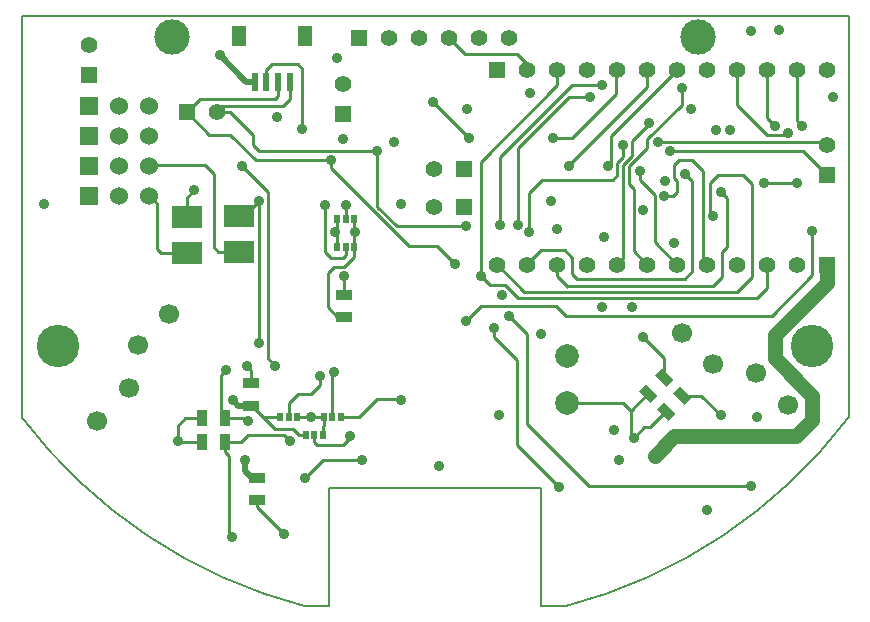
<source format=gbr>
G04 (created by PCBNEW (2013-07-07 BZR 4022)-stable) date 2/17/2015 3:56:23 AM*
%MOIN*%
G04 Gerber Fmt 3.4, Leading zero omitted, Abs format*
%FSLAX34Y34*%
G01*
G70*
G90*
G04 APERTURE LIST*
%ADD10C,0.00590551*%
%ADD11R,0.035X0.055*%
%ADD12R,0.055X0.035*%
%ADD13R,0.055X0.055*%
%ADD14C,0.055*%
%ADD15R,0.02X0.03*%
%ADD16R,0.06X0.06*%
%ADD17C,0.06*%
%ADD18C,0.0787*%
%ADD19R,0.0236X0.061*%
%ADD20R,0.0472X0.0708*%
%ADD21R,0.0984X0.0768*%
%ADD22C,0.141732*%
%ADD23C,0.11811*%
%ADD24C,0.0669291*%
%ADD25C,0.035*%
%ADD26C,0.01*%
%ADD27C,0.02*%
%ADD28C,0.05*%
G04 APERTURE END LIST*
G54D10*
G54D11*
X81575Y-58700D03*
X80825Y-58700D03*
G54D12*
X85550Y-55325D03*
X85550Y-54575D03*
X82650Y-60675D03*
X82650Y-61425D03*
X82450Y-58275D03*
X82450Y-57525D03*
G54D10*
G36*
X96144Y-57016D02*
X96533Y-57405D01*
X96285Y-57653D01*
X95896Y-57264D01*
X96144Y-57016D01*
X96144Y-57016D01*
G37*
G36*
X95614Y-57546D02*
X96003Y-57935D01*
X95755Y-58183D01*
X95366Y-57794D01*
X95614Y-57546D01*
X95614Y-57546D01*
G37*
G36*
X96744Y-57616D02*
X97133Y-58005D01*
X96885Y-58253D01*
X96496Y-57864D01*
X96744Y-57616D01*
X96744Y-57616D01*
G37*
G36*
X96214Y-58146D02*
X96603Y-58535D01*
X96355Y-58783D01*
X95966Y-58394D01*
X96214Y-58146D01*
X96214Y-58146D01*
G37*
G54D11*
X81575Y-59500D03*
X80825Y-59500D03*
G54D13*
X86053Y-46025D03*
G54D14*
X87053Y-46025D03*
X88053Y-46025D03*
X89053Y-46025D03*
X90053Y-46025D03*
X91053Y-46025D03*
G54D13*
X101650Y-50600D03*
G54D14*
X101650Y-49600D03*
G54D13*
X85500Y-48550D03*
G54D14*
X85500Y-47550D03*
G54D13*
X80300Y-48500D03*
G54D14*
X81300Y-48500D03*
G54D13*
X77050Y-47250D03*
G54D14*
X77050Y-46250D03*
G54D13*
X90650Y-47071D03*
G54D14*
X91650Y-47071D03*
X92650Y-47071D03*
X93650Y-47071D03*
X94650Y-47071D03*
X95650Y-47071D03*
X96650Y-47071D03*
X97650Y-47071D03*
X98650Y-47071D03*
X99650Y-47071D03*
X100650Y-47071D03*
X101650Y-47071D03*
G54D13*
X101650Y-53571D03*
G54D14*
X100650Y-53571D03*
X99650Y-53571D03*
X98650Y-53571D03*
X97650Y-53571D03*
X96650Y-53571D03*
X95650Y-53571D03*
X94650Y-53571D03*
X93650Y-53571D03*
X92650Y-53571D03*
X91650Y-53571D03*
X90650Y-53571D03*
G54D15*
X85150Y-58650D03*
X84870Y-58650D03*
X85430Y-58650D03*
X83700Y-58650D03*
X83980Y-58650D03*
X83420Y-58650D03*
X84550Y-59250D03*
X84830Y-59250D03*
X84270Y-59250D03*
G54D16*
X77053Y-51275D03*
G54D17*
X78053Y-51275D03*
X79053Y-51275D03*
G54D16*
X77053Y-50275D03*
G54D17*
X78053Y-50275D03*
X79053Y-50275D03*
G54D16*
X77053Y-49275D03*
G54D17*
X78053Y-49275D03*
X79053Y-49275D03*
G54D16*
X77053Y-48275D03*
G54D17*
X78053Y-48275D03*
X79053Y-48275D03*
G54D18*
X92987Y-58187D03*
X92987Y-56612D03*
G54D19*
X82560Y-47471D03*
X82954Y-47471D03*
X83346Y-47471D03*
X83740Y-47471D03*
G54D20*
X82048Y-45946D03*
X84252Y-45946D03*
G54D21*
X80300Y-52000D03*
X80300Y-53200D03*
X82050Y-51950D03*
X82050Y-53150D03*
G54D15*
X85600Y-52050D03*
X85880Y-52050D03*
X85320Y-52050D03*
X85600Y-53000D03*
X85880Y-53000D03*
X85320Y-53000D03*
G54D13*
X89550Y-50400D03*
G54D14*
X88550Y-50400D03*
G54D13*
X89550Y-51650D03*
G54D14*
X88550Y-51650D03*
G54D22*
X76000Y-56275D03*
X101150Y-56275D03*
G54D23*
X97350Y-45975D03*
X79800Y-45975D03*
G54D24*
X78668Y-56249D03*
X79698Y-55219D03*
X78384Y-57696D03*
X77313Y-58768D03*
X97837Y-56884D03*
X96807Y-55854D03*
X99285Y-57168D03*
X100357Y-58239D03*
G54D25*
X83300Y-48650D03*
X85500Y-49400D03*
X85300Y-46700D03*
X80550Y-51100D03*
X81400Y-46600D03*
X97950Y-49100D03*
X92650Y-52400D03*
X91750Y-47850D03*
X94550Y-59100D03*
X97650Y-61750D03*
X82250Y-60100D03*
X87450Y-58100D03*
X85250Y-52500D03*
X81850Y-58100D03*
X95700Y-48850D03*
X96800Y-47700D03*
X95400Y-50450D03*
X96200Y-51300D03*
X96400Y-49800D03*
X96000Y-49500D03*
X97850Y-51950D03*
X98100Y-51150D03*
X93050Y-50300D03*
X100350Y-49200D03*
X99900Y-48950D03*
X96250Y-50800D03*
X93750Y-48000D03*
X91350Y-52250D03*
X86650Y-49800D03*
X89600Y-52300D03*
X94850Y-49600D03*
X89250Y-53550D03*
X91700Y-52500D03*
X85100Y-50100D03*
X88500Y-48150D03*
X89700Y-49350D03*
X92500Y-49350D03*
X96900Y-50550D03*
X100800Y-48950D03*
X100650Y-50850D03*
X99550Y-50850D03*
X98400Y-49100D03*
X94350Y-50300D03*
X85600Y-51600D03*
X84900Y-51600D03*
X92100Y-55900D03*
X90100Y-53950D03*
X84250Y-60700D03*
X86150Y-60100D03*
X96550Y-52850D03*
X87200Y-49500D03*
X83250Y-56950D03*
X82150Y-50300D03*
X84150Y-49050D03*
X100050Y-45750D03*
X101850Y-48000D03*
X95200Y-59350D03*
X92450Y-51450D03*
X90800Y-54600D03*
X99300Y-58650D03*
X90700Y-58600D03*
X87450Y-51550D03*
X89650Y-48400D03*
X83550Y-62550D03*
X84450Y-58650D03*
X85900Y-52500D03*
X97100Y-48400D03*
X88700Y-60300D03*
X82300Y-56950D03*
X80000Y-59450D03*
X75550Y-51550D03*
X94150Y-55000D03*
X94200Y-52650D03*
X95500Y-56000D03*
X84750Y-57300D03*
X95150Y-55000D03*
X95500Y-51750D03*
X98100Y-58600D03*
X85550Y-53950D03*
X92700Y-61000D03*
X90550Y-55700D03*
X99100Y-60950D03*
X91050Y-55300D03*
X101150Y-52450D03*
X89600Y-55450D03*
X99100Y-45800D03*
X90750Y-52250D03*
X94150Y-47600D03*
X81600Y-57100D03*
X82350Y-58800D03*
X81800Y-62650D03*
X83750Y-59450D03*
X85750Y-59300D03*
X85200Y-57150D03*
X82700Y-56200D03*
X82700Y-51450D03*
X95900Y-59950D03*
X94700Y-60100D03*
G54D26*
X80300Y-52000D02*
X80300Y-51350D01*
X80300Y-51350D02*
X80550Y-51100D01*
G54D27*
X82560Y-47471D02*
X82271Y-47471D01*
X82271Y-47471D02*
X81400Y-46600D01*
X82650Y-60675D02*
X82475Y-60675D01*
X82475Y-60675D02*
X82250Y-60450D01*
X82250Y-60450D02*
X82250Y-60100D01*
G54D26*
X85430Y-58650D02*
X86050Y-58650D01*
X87400Y-58050D02*
X87450Y-58100D01*
X86650Y-58050D02*
X87400Y-58050D01*
X86050Y-58650D02*
X86650Y-58050D01*
X82450Y-58275D02*
X82475Y-58275D01*
X82475Y-58275D02*
X83249Y-59049D01*
X84050Y-59250D02*
X84270Y-59250D01*
X83849Y-59049D02*
X84050Y-59250D01*
X83249Y-59049D02*
X83849Y-59049D01*
X82850Y-58650D02*
X83420Y-58650D01*
X82475Y-58275D02*
X82850Y-58650D01*
X85320Y-52050D02*
X85320Y-52430D01*
X85320Y-52430D02*
X85250Y-52500D01*
X85320Y-52570D02*
X85320Y-53000D01*
X85250Y-52500D02*
X85320Y-52570D01*
G54D27*
X82450Y-58275D02*
X82025Y-58275D01*
X82025Y-58275D02*
X81850Y-58100D01*
G54D26*
X95700Y-48850D02*
X95700Y-48900D01*
X94850Y-53372D02*
X94650Y-53571D01*
X94850Y-50250D02*
X94850Y-53372D01*
X95150Y-49950D02*
X94850Y-50250D01*
X95150Y-49450D02*
X95150Y-49950D01*
X95700Y-48900D02*
X95150Y-49450D01*
X96800Y-47700D02*
X96800Y-48250D01*
X95200Y-53122D02*
X95650Y-53571D01*
X95200Y-51050D02*
X95200Y-53122D01*
X95050Y-50900D02*
X95075Y-50925D01*
X95075Y-50925D02*
X95200Y-51050D01*
X95650Y-49400D02*
X95650Y-49700D01*
X95650Y-49700D02*
X95050Y-50300D01*
X95050Y-50300D02*
X95050Y-50900D01*
X96800Y-48250D02*
X95650Y-49400D01*
X95400Y-50450D02*
X95400Y-50750D01*
X95900Y-52821D02*
X96650Y-53571D01*
X95900Y-51250D02*
X95900Y-52821D01*
X95400Y-50750D02*
X95900Y-51250D01*
X97500Y-53421D02*
X97650Y-53571D01*
X97500Y-50450D02*
X97500Y-53421D01*
X97150Y-50100D02*
X97500Y-50450D01*
X96700Y-50100D02*
X97150Y-50100D01*
X96550Y-50250D02*
X96700Y-50100D01*
X96550Y-50700D02*
X96550Y-50250D01*
X96650Y-50800D02*
X96550Y-50700D01*
X96650Y-51150D02*
X96650Y-50800D01*
X96500Y-51300D02*
X96650Y-51150D01*
X96200Y-51300D02*
X96500Y-51300D01*
X96400Y-49800D02*
X100850Y-49800D01*
X100850Y-49800D02*
X101650Y-50600D01*
X96400Y-49800D02*
X96400Y-49750D01*
X96000Y-49500D02*
X101550Y-49500D01*
X101550Y-49500D02*
X101650Y-49600D01*
X99150Y-54000D02*
X98650Y-54500D01*
X99150Y-54000D02*
X99150Y-50900D01*
X99150Y-50900D02*
X98850Y-50600D01*
X98850Y-50600D02*
X98000Y-50600D01*
X98000Y-50600D02*
X97750Y-50850D01*
X97750Y-50850D02*
X97750Y-51850D01*
X97750Y-51850D02*
X97850Y-51950D01*
X90650Y-53571D02*
X90671Y-53571D01*
X91550Y-54500D02*
X95550Y-54500D01*
X90671Y-53571D02*
X91550Y-54500D01*
X98650Y-54500D02*
X95550Y-54500D01*
X98150Y-54000D02*
X97850Y-54300D01*
X98300Y-51350D02*
X98300Y-53000D01*
X98300Y-53000D02*
X98150Y-53150D01*
X98150Y-53150D02*
X98150Y-54000D01*
X98100Y-51150D02*
X98300Y-51350D01*
X97850Y-54300D02*
X92976Y-54300D01*
X92982Y-54306D02*
X92976Y-54300D01*
X92976Y-54300D02*
X92650Y-53950D01*
X92650Y-53950D02*
X92650Y-53571D01*
X95650Y-47071D02*
X95650Y-47649D01*
X93000Y-50300D02*
X93050Y-50300D01*
X95650Y-47649D02*
X93000Y-50300D01*
X98650Y-48250D02*
X98650Y-47071D01*
X99650Y-49250D02*
X98650Y-48250D01*
X100300Y-49250D02*
X99650Y-49250D01*
X100350Y-49200D02*
X100300Y-49250D01*
X99650Y-48700D02*
X99650Y-47071D01*
X99900Y-48950D02*
X99650Y-48700D01*
X83740Y-47471D02*
X83740Y-48060D01*
X81500Y-48300D02*
X81300Y-48500D01*
X83500Y-48300D02*
X81500Y-48300D01*
X83740Y-48060D02*
X83500Y-48300D01*
X93750Y-48000D02*
X93050Y-48000D01*
X91350Y-49700D02*
X91350Y-52250D01*
X93050Y-48000D02*
X91350Y-49700D01*
X86650Y-49800D02*
X86650Y-51650D01*
X87300Y-52300D02*
X89600Y-52300D01*
X86650Y-51650D02*
X87300Y-52300D01*
X81300Y-48500D02*
X81750Y-48500D01*
X81750Y-48500D02*
X82500Y-49250D01*
X82500Y-49250D02*
X82500Y-49600D01*
X82500Y-49600D02*
X82700Y-49800D01*
X82700Y-49800D02*
X86650Y-49800D01*
X83346Y-47471D02*
X83346Y-47954D01*
X80750Y-48050D02*
X80300Y-48500D01*
X83250Y-48050D02*
X80750Y-48050D01*
X83346Y-47954D02*
X83250Y-48050D01*
X80300Y-48500D02*
X81050Y-49250D01*
X81050Y-49250D02*
X81750Y-49250D01*
X81750Y-49250D02*
X82600Y-50100D01*
X91700Y-51200D02*
X91700Y-52500D01*
X92150Y-50750D02*
X91700Y-51200D01*
X94500Y-50750D02*
X92150Y-50750D01*
X94650Y-50200D02*
X94650Y-50600D01*
X94650Y-50600D02*
X94500Y-50750D01*
X94850Y-49600D02*
X94850Y-50000D01*
X94850Y-50000D02*
X94650Y-50200D01*
X85100Y-50350D02*
X87700Y-52950D01*
X87700Y-52950D02*
X88650Y-52950D01*
X88650Y-52950D02*
X89250Y-53550D01*
X85100Y-50100D02*
X85100Y-50350D01*
X82600Y-50100D02*
X85100Y-50100D01*
X88500Y-48150D02*
X89700Y-49350D01*
X92500Y-49350D02*
X93150Y-49350D01*
X94600Y-47122D02*
X94650Y-47071D01*
X94600Y-47900D02*
X94600Y-47122D01*
X93150Y-49350D02*
X94600Y-47900D01*
X97150Y-53800D02*
X96900Y-54050D01*
X91650Y-53549D02*
X92100Y-53100D01*
X92100Y-53100D02*
X92900Y-53100D01*
X92900Y-53100D02*
X93150Y-53350D01*
X93150Y-53350D02*
X93150Y-53900D01*
X93150Y-53900D02*
X93300Y-54050D01*
X93300Y-54050D02*
X95350Y-54050D01*
X97150Y-53800D02*
X97150Y-50800D01*
X97150Y-50800D02*
X96900Y-50550D01*
X91650Y-53549D02*
X91650Y-53571D01*
X96900Y-54050D02*
X95350Y-54050D01*
X100650Y-47072D02*
X100650Y-47071D01*
X100650Y-48800D02*
X100650Y-47072D01*
X100800Y-48950D02*
X100650Y-48800D01*
X99550Y-50850D02*
X100650Y-50850D01*
X94450Y-49272D02*
X96650Y-47071D01*
X94450Y-50200D02*
X94450Y-49272D01*
X94350Y-50300D02*
X94450Y-50200D01*
X85600Y-52050D02*
X85600Y-51600D01*
X85600Y-53250D02*
X85600Y-53000D01*
X85500Y-53350D02*
X85600Y-53250D01*
X85100Y-53350D02*
X85500Y-53350D01*
X84900Y-53150D02*
X85100Y-53350D01*
X84900Y-51600D02*
X84900Y-53150D01*
X95950Y-54700D02*
X99300Y-54700D01*
X99650Y-54349D02*
X99650Y-53571D01*
X99300Y-54700D02*
X99650Y-54349D01*
X95950Y-54700D02*
X95950Y-54700D01*
X90400Y-54250D02*
X90900Y-54250D01*
X90900Y-54250D02*
X91350Y-54700D01*
X91350Y-54700D02*
X95950Y-54700D01*
X90100Y-53950D02*
X90400Y-54250D01*
X92650Y-47071D02*
X92650Y-47599D01*
X90100Y-50150D02*
X90100Y-53950D01*
X92650Y-47599D02*
X90100Y-50150D01*
X84850Y-60100D02*
X86150Y-60100D01*
X84250Y-60700D02*
X84850Y-60100D01*
X91650Y-47071D02*
X91650Y-46900D01*
X89577Y-46550D02*
X89053Y-46025D01*
X91300Y-46550D02*
X89577Y-46550D01*
X91650Y-46900D02*
X91300Y-46550D01*
X82150Y-50300D02*
X83000Y-51150D01*
X83000Y-51150D02*
X83000Y-56700D01*
X83000Y-56700D02*
X83250Y-56950D01*
X82954Y-47471D02*
X82954Y-47096D01*
X82954Y-47096D02*
X83150Y-46900D01*
X83150Y-46900D02*
X84000Y-46900D01*
X84000Y-46900D02*
X84150Y-47050D01*
X84150Y-47050D02*
X84150Y-49050D01*
X94037Y-58187D02*
X94837Y-58187D01*
X92987Y-58187D02*
X94037Y-58187D01*
X94837Y-58187D02*
X95100Y-58450D01*
X80825Y-58700D02*
X80250Y-58700D01*
X80000Y-58950D02*
X80000Y-59450D01*
X80250Y-58700D02*
X80000Y-58950D01*
X95100Y-58450D02*
X95100Y-59250D01*
X95684Y-57865D02*
X95100Y-58450D01*
X95100Y-59250D02*
X95200Y-59350D01*
X95750Y-59000D02*
X95550Y-59000D01*
X95750Y-59000D02*
X96284Y-58465D01*
X95550Y-59000D02*
X95200Y-59350D01*
X79300Y-52250D02*
X79300Y-51522D01*
X79450Y-53200D02*
X79300Y-53050D01*
X79300Y-53050D02*
X79300Y-52250D01*
X80300Y-53200D02*
X79450Y-53200D01*
X79300Y-51522D02*
X79053Y-51275D01*
X81200Y-50550D02*
X80900Y-50250D01*
X81350Y-53150D02*
X81200Y-53000D01*
X81200Y-53000D02*
X81200Y-50550D01*
X82050Y-53150D02*
X81350Y-53150D01*
X79078Y-50250D02*
X79053Y-50275D01*
X80900Y-50250D02*
X79078Y-50250D01*
X85200Y-53650D02*
X85550Y-53650D01*
X85325Y-55325D02*
X85000Y-55000D01*
X85000Y-55000D02*
X85000Y-53850D01*
X85000Y-53850D02*
X85200Y-53650D01*
X85550Y-55325D02*
X85325Y-55325D01*
X85880Y-53320D02*
X85880Y-53000D01*
X85550Y-53650D02*
X85880Y-53320D01*
X93650Y-47071D02*
X93671Y-47071D01*
X82650Y-61650D02*
X82650Y-61425D01*
X83550Y-62550D02*
X82650Y-61650D01*
X84830Y-59250D02*
X84830Y-58970D01*
X84870Y-58930D02*
X84870Y-58650D01*
X84830Y-58970D02*
X84870Y-58930D01*
X84870Y-58650D02*
X84450Y-58650D01*
X84450Y-58650D02*
X83980Y-58650D01*
X85880Y-53000D02*
X85880Y-52520D01*
X85880Y-52520D02*
X85900Y-52500D01*
X85880Y-52050D02*
X85880Y-52480D01*
X85880Y-52480D02*
X85900Y-52500D01*
X82450Y-57525D02*
X82450Y-57100D01*
X82450Y-57100D02*
X82300Y-56950D01*
X80825Y-59500D02*
X80050Y-59500D01*
X80050Y-59500D02*
X80000Y-59450D01*
X96200Y-57319D02*
X96215Y-57334D01*
X96200Y-56700D02*
X96200Y-57319D01*
X95500Y-56000D02*
X96200Y-56700D01*
X83700Y-58650D02*
X83700Y-58200D01*
X84750Y-57600D02*
X84750Y-57300D01*
X84450Y-57900D02*
X84750Y-57600D01*
X84000Y-57900D02*
X84450Y-57900D01*
X83700Y-58200D02*
X84000Y-57900D01*
X96830Y-57950D02*
X96815Y-57934D01*
X97450Y-57950D02*
X96830Y-57950D01*
X98100Y-58600D02*
X97450Y-57950D01*
X85550Y-54575D02*
X85550Y-53950D01*
X90550Y-56000D02*
X90550Y-55700D01*
X92700Y-61000D02*
X91300Y-59600D01*
X91300Y-59600D02*
X91300Y-56750D01*
X91300Y-56750D02*
X90550Y-56000D01*
X93700Y-60950D02*
X99100Y-60950D01*
X91650Y-58900D02*
X93700Y-60950D01*
X91650Y-55900D02*
X91650Y-58900D01*
X91050Y-55300D02*
X91650Y-55900D01*
X101150Y-53925D02*
X101150Y-52450D01*
X99800Y-55275D02*
X101150Y-53925D01*
X99200Y-55300D02*
X99800Y-55275D01*
X97800Y-55300D02*
X99200Y-55300D01*
X90100Y-54950D02*
X92600Y-54950D01*
X92600Y-54950D02*
X92950Y-55300D01*
X92950Y-55300D02*
X97800Y-55300D01*
X89600Y-55450D02*
X90100Y-54950D01*
X93150Y-47600D02*
X94150Y-47600D01*
X90750Y-52250D02*
X90750Y-50000D01*
X90750Y-50000D02*
X93150Y-47600D01*
X81450Y-58575D02*
X81575Y-58700D01*
X81450Y-57250D02*
X81450Y-58575D01*
X81600Y-57100D02*
X81450Y-57250D01*
X82250Y-58700D02*
X81575Y-58700D01*
X82350Y-58800D02*
X82250Y-58700D01*
X81575Y-59825D02*
X81575Y-59500D01*
X81700Y-59950D02*
X81575Y-59825D01*
X81700Y-62550D02*
X81700Y-59950D01*
X81800Y-62650D02*
X81700Y-62550D01*
X83550Y-59250D02*
X82350Y-59250D01*
X83750Y-59450D02*
X83550Y-59250D01*
X82100Y-59500D02*
X81575Y-59500D01*
X82350Y-59250D02*
X82100Y-59500D01*
X84550Y-59250D02*
X84550Y-59500D01*
X85750Y-59350D02*
X85750Y-59300D01*
X85500Y-59600D02*
X85750Y-59350D01*
X84650Y-59600D02*
X85500Y-59600D01*
X84550Y-59500D02*
X84650Y-59600D01*
X85150Y-58650D02*
X85150Y-57200D01*
X85150Y-57200D02*
X85200Y-57150D01*
X82700Y-56200D02*
X82700Y-51450D01*
X82050Y-51950D02*
X82200Y-51950D01*
X82200Y-51950D02*
X82700Y-51450D01*
G54D28*
X95900Y-59950D02*
X96550Y-59300D01*
X101650Y-53572D02*
X101650Y-53571D01*
X101150Y-57950D02*
X99900Y-56675D01*
X99900Y-56675D02*
X99900Y-55925D01*
X99900Y-55925D02*
X101650Y-54175D01*
X101650Y-54175D02*
X101650Y-53572D01*
X100600Y-59300D02*
X101150Y-58750D01*
X101150Y-58750D02*
X101150Y-57950D01*
X96550Y-59300D02*
X100600Y-59300D01*
G54D10*
X102367Y-58653D02*
G75*
G02X92910Y-64961I-13785J10425D01*
G74*
G01*
X92913Y-64960D02*
X92125Y-64960D01*
X84251Y-64960D02*
X85039Y-64960D01*
X85039Y-61023D02*
X92125Y-61023D01*
X74797Y-58653D02*
G75*
G03X84255Y-64961I13785J10425D01*
G74*
G01*
X92125Y-61023D02*
X92125Y-64960D01*
X85039Y-61023D02*
X85039Y-64960D01*
X74803Y-58661D02*
X74803Y-45275D01*
X102362Y-45275D02*
X102362Y-58661D01*
X74803Y-45275D02*
X102362Y-45275D01*
M02*

</source>
